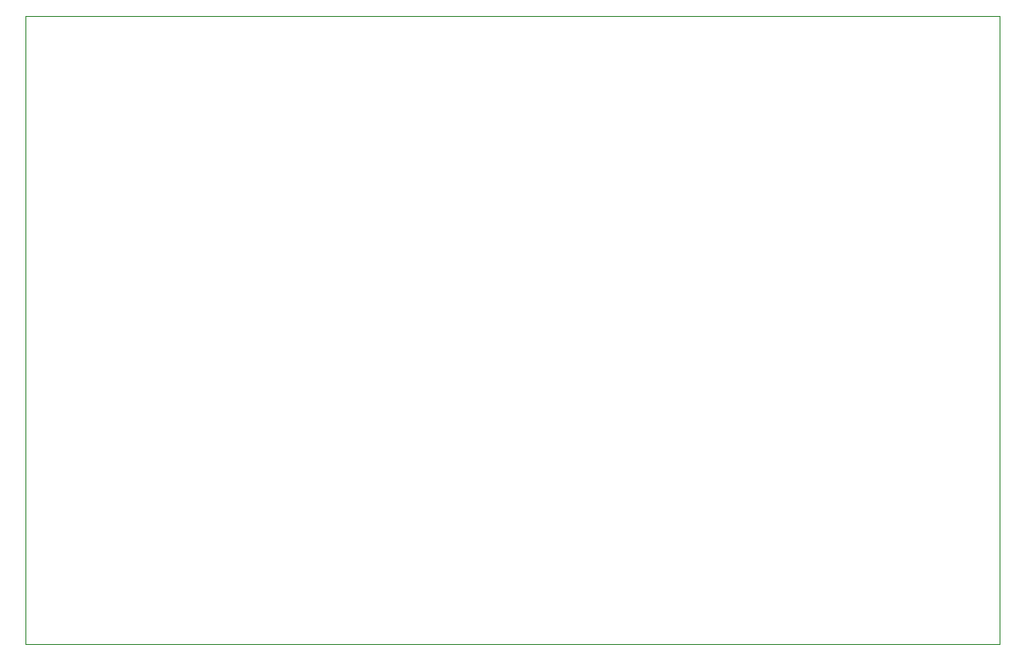
<source format=gm1>
G04 #@! TF.GenerationSoftware,KiCad,Pcbnew,7.0.10*
G04 #@! TF.CreationDate,2025-06-07T09:47:01+01:00*
G04 #@! TF.ProjectId,Eudlidean_Rhythms_R,4575646c-6964-4656-916e-5f5268797468,rev?*
G04 #@! TF.SameCoordinates,Original*
G04 #@! TF.FileFunction,Profile,NP*
%FSLAX46Y46*%
G04 Gerber Fmt 4.6, Leading zero omitted, Abs format (unit mm)*
G04 Created by KiCad (PCBNEW 7.0.10) date 2025-06-07 09:47:01*
%MOMM*%
%LPD*%
G01*
G04 APERTURE LIST*
G04 #@! TA.AperFunction,Profile*
%ADD10C,0.100000*%
G04 #@! TD*
G04 APERTURE END LIST*
D10*
X65405000Y-88900000D02*
X153035000Y-88900000D01*
X153035000Y-145415000D01*
X65405000Y-145415000D01*
X65405000Y-88900000D01*
M02*

</source>
